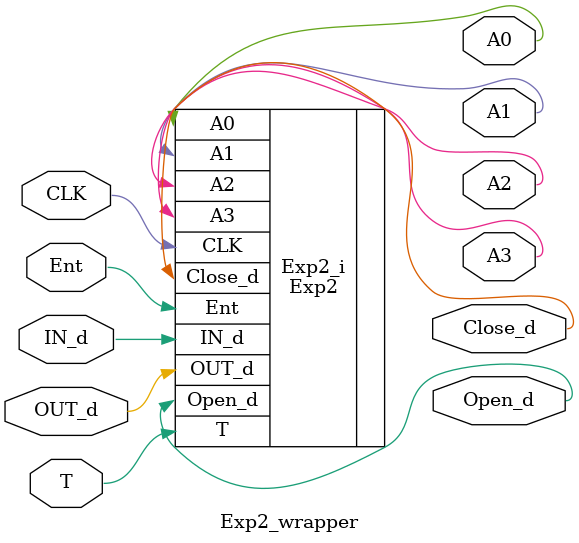
<source format=v>
`timescale 1 ps / 1 ps

module Exp2_wrapper
   (A0,
    A1,
    A2,
    A3,
    CLK,
    Close_d,
    Ent,
    IN_d,
    OUT_d,
    Open_d,
    T);
  output [0:0]A0;
  output [0:0]A1;
  output [0:0]A2;
  output [0:0]A3;
  input [0:0]CLK;
  output [0:0]Close_d;
  input [0:0]Ent;
  input [0:0]IN_d;
  input [0:0]OUT_d;
  output [0:0]Open_d;
  input [0:0]T;

  wire [0:0]A0;
  wire [0:0]A1;
  wire [0:0]A2;
  wire [0:0]A3;
  wire [0:0]CLK;
  wire [0:0]Close_d;
  wire [0:0]Ent;
  wire [0:0]IN_d;
  wire [0:0]OUT_d;
  wire [0:0]Open_d;
  wire [0:0]T;

  Exp2 Exp2_i
       (.A0(A0),
        .A1(A1),
        .A2(A2),
        .A3(A3),
        .CLK(CLK),
        .Close_d(Close_d),
        .Ent(Ent),
        .IN_d(IN_d),
        .OUT_d(OUT_d),
        .Open_d(Open_d),
        .T(T));
endmodule

</source>
